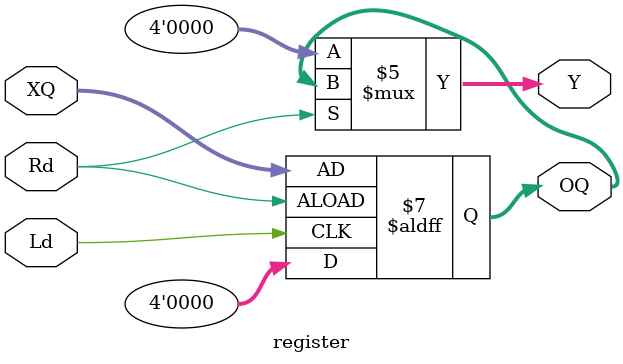
<source format=v>
`timescale 1ns/1ps

module register(XQ,Ld,OQ,Rd,Y);
input [3:0]XQ;
input Ld,Rd;
output reg [3:0]Y,OQ;

always @(posedge Ld, negedge Rd)
begin
    if (Rd)
    begin
        OQ<=4'h0; 
    end 
    else OQ<=XQ;
end

always @ (Rd)
    if (Rd == 1'b1)
        Y <= OQ;
    else
        Y <= 4'h0;

endmodule
</source>
